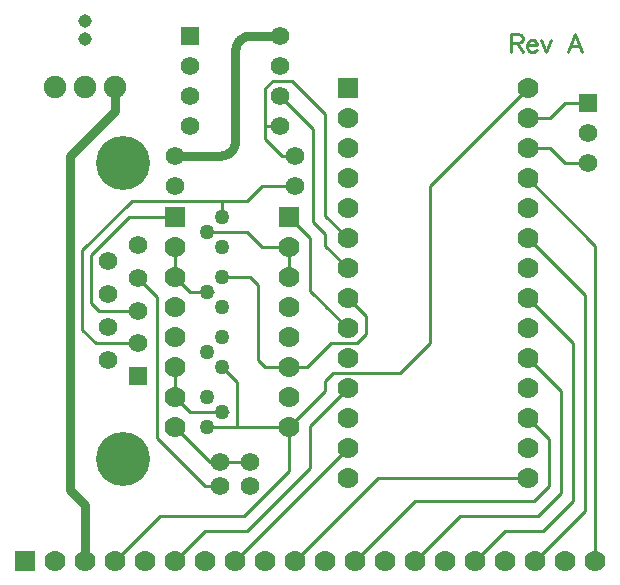
<source format=gtl>
*%FSLAX24Y24*%
*%MOIN*%
G01*
%ADD11C,0.0050*%
%ADD12C,0.0060*%
%ADD13C,0.0072*%
%ADD14C,0.0073*%
%ADD15C,0.0080*%
%ADD16C,0.0100*%
%ADD17C,0.0120*%
%ADD18C,0.0200*%
%ADD19C,0.0260*%
%ADD20C,0.0300*%
%ADD21C,0.0350*%
%ADD22C,0.0380*%
%ADD23C,0.0450*%
%ADD24C,0.0500*%
%ADD25C,0.0530*%
%ADD26C,0.0550*%
%ADD27C,0.0580*%
%ADD28C,0.0620*%
%ADD29C,0.0660*%
%ADD30C,0.0700*%
%ADD31C,0.0750*%
%ADD32C,0.0780*%
%ADD33C,0.0830*%
%ADD34C,0.0950*%
%ADD35C,0.1400*%
%ADD36C,0.1800*%
%ADD37C,0.1880*%
%ADD38R,0.0620X0.0620*%
%ADD39R,0.0700X0.0700*%
%ADD40R,0.0780X0.0780*%
G54D16*
X92080Y71320D02*
X93580Y72820D01*
X96380D01*
X97880Y74320D01*
X95080Y72320D02*
X94080Y71320D01*
X95080Y72320D02*
X96480D01*
X98580Y74420D01*
Y75820D01*
X99830Y75070D02*
X96080Y71320D01*
X97880Y74320D02*
Y75770D01*
X99330Y77570D02*
X101580D01*
X102580Y78570D01*
Y83820D01*
X105830Y87070D01*
X96480Y83320D02*
X92630D01*
X96480D02*
X96980Y83820D01*
X98080D01*
X96480Y82270D02*
X95130D01*
X96480D02*
X96980Y81770D01*
X97880D01*
X99280Y78570D02*
X100130D01*
X99280D02*
X98480Y77770D01*
X97880D01*
X96830Y78020D02*
Y80520D01*
X96580Y80770D01*
X95630D01*
X96830Y78020D02*
X97080Y77770D01*
X97880D01*
X93480Y80090D02*
Y75420D01*
X95080Y73820D01*
X95580D01*
X99830Y79070D02*
X99080Y79820D01*
X98680Y85720D02*
X97580Y86820D01*
X98680Y85720D02*
Y82620D01*
X99080Y82220D01*
Y81820D01*
X97580Y85820D02*
X97080D01*
Y85370D02*
Y87070D01*
Y85370D02*
X97630Y84820D01*
X98080D01*
X99080Y82820D02*
X99830Y82070D01*
X99080Y82820D02*
Y86220D01*
X97980Y87320D01*
X97330D01*
X97080Y87070D01*
X99080Y81820D02*
X99830Y81070D01*
X92530Y82770D02*
X91280Y81520D01*
Y79920D01*
X91550Y79650D01*
X90980Y81670D02*
X92630Y83320D01*
X90980Y81670D02*
Y79020D01*
X91440Y78560D01*
X92830D01*
X98580Y80320D02*
X99830Y79070D01*
X98580Y80320D02*
Y82070D01*
X97880Y82770D01*
X95630D02*
Y83320D01*
X94080Y77770D02*
Y76770D01*
Y80770D02*
Y81770D01*
X97880D02*
Y80770D01*
X94580Y80270D02*
X94080Y80770D01*
X94580Y80270D02*
X95330D01*
X95830Y76270D02*
X94580D01*
X94080Y76770D01*
X95130Y75770D02*
X96380D01*
X97880D01*
X96130Y77270D02*
X95630Y77770D01*
X96130Y77270D02*
Y75770D01*
X93480Y80090D02*
X92830Y80740D01*
Y79650D02*
X91550D01*
X95230Y74620D02*
X95580D01*
X95230D02*
X94080Y75770D01*
X95580Y74620D02*
X96580D01*
X105830Y86070D02*
X106580D01*
X107080Y86570D01*
X107830D01*
Y84570D02*
X107080D01*
X106580Y85070D01*
X105830D01*
X108080Y81820D02*
Y71320D01*
Y81820D02*
X105830Y84070D01*
Y80070D02*
X107330Y78570D01*
X107730Y80170D02*
X105830Y82070D01*
X107730Y80170D02*
Y72970D01*
X106080Y71320D01*
X106930Y76970D02*
X105830Y78070D01*
Y76070D02*
X106530Y75370D01*
X105830Y74070D02*
X100830D01*
X98080Y71320D01*
X106530Y73820D02*
Y75370D01*
Y73820D02*
X106030Y73320D01*
X102080D01*
X100080Y71320D01*
X106930Y73570D02*
Y76970D01*
Y73570D02*
X106180Y72820D01*
X103580D01*
X102080Y71320D01*
X107330Y73320D02*
Y78570D01*
Y73320D02*
X106330Y72320D01*
X105080D01*
X104080Y71320D01*
X98580Y75820D02*
X99830Y77070D01*
X99081Y76971D02*
X97880Y75770D01*
X99081Y76971D02*
Y77321D01*
X99330Y77570D01*
X100430Y79470D02*
X99830Y80070D01*
X100430Y79470D02*
Y78870D01*
X100130Y78570D01*
X94080Y82770D02*
X92530D01*
X105260Y88260D02*
Y88860D01*
X105517D01*
X105603Y88831D01*
X105631Y88803D01*
X105660Y88746D01*
Y88688D01*
X105631Y88631D01*
X105603Y88603D01*
X105517Y88574D01*
X105260D01*
X105460D02*
X105660Y88260D01*
X105794Y88489D02*
X106137D01*
Y88546D01*
X106108Y88603D01*
X106080Y88631D01*
X106023Y88660D01*
X105937D01*
X105880Y88631D01*
X105823Y88574D01*
X105794Y88489D01*
Y88431D01*
X105823Y88346D01*
X105880Y88289D01*
X105937Y88260D01*
X106023D01*
X106080Y88289D01*
X106137Y88346D01*
X106437Y88260D02*
X106265Y88660D01*
X106608D02*
X106437Y88260D01*
X107405Y88860D02*
X107634Y88260D01*
X107177D02*
X107405Y88860D01*
X107262Y88460D02*
X107548D01*
G54D20*
X97580Y88820D02*
X96580D01*
X96080Y88320D02*
Y85320D01*
X95580Y84820D02*
X94080D01*
X92080Y86320D02*
X90580Y84820D01*
Y73670D01*
X91080Y73170D01*
Y71320D01*
X92080Y86320D02*
Y87120D01*
X95580Y84820D02*
X95613Y84821D01*
X95645Y84824D01*
X95678Y84830D01*
X95709Y84837D01*
X95741Y84847D01*
X95771Y84858D01*
X95801Y84872D01*
X95830Y84887D01*
X95858Y84904D01*
X95884Y84923D01*
X95910Y84944D01*
X95934Y84966D01*
X95956Y84990D01*
X95977Y85016D01*
X95996Y85042D01*
X96013Y85070D01*
X96028Y85099D01*
X96042Y85129D01*
X96053Y85159D01*
X96063Y85191D01*
X96070Y85222D01*
X96076Y85255D01*
X96079Y85287D01*
X96080Y85320D01*
Y88320D02*
X96081Y88353D01*
X96084Y88385D01*
X96090Y88418D01*
X96097Y88449D01*
X96107Y88481D01*
X96118Y88511D01*
X96132Y88541D01*
X96147Y88570D01*
X96164Y88598D01*
X96183Y88624D01*
X96204Y88650D01*
X96226Y88674D01*
X96250Y88696D01*
X96276Y88717D01*
X96302Y88736D01*
X96330Y88753D01*
X96359Y88768D01*
X96389Y88782D01*
X96419Y88793D01*
X96451Y88803D01*
X96482Y88810D01*
X96515Y88816D01*
X96547Y88819D01*
X96580Y88820D01*
G54D23*
X91080Y89320D02*
D03*
Y88720D02*
D03*
G54D24*
X95630Y78770D02*
D03*
Y77770D02*
D03*
X95130Y78270D02*
D03*
Y75770D02*
D03*
Y76770D02*
D03*
X95630Y76270D02*
D03*
Y82770D02*
D03*
Y81770D02*
D03*
X95130Y82270D02*
D03*
X95630Y80770D02*
D03*
Y79770D02*
D03*
X95130Y80270D02*
D03*
G54D28*
X95580Y74620D02*
D03*
Y73820D02*
D03*
X96580Y74620D02*
D03*
Y73820D02*
D03*
X94080Y83820D02*
D03*
X98080D02*
D03*
X107830Y85570D02*
D03*
Y84570D02*
D03*
X91830Y81290D02*
D03*
Y80200D02*
D03*
Y79110D02*
D03*
Y78020D02*
D03*
X92830Y81830D02*
D03*
Y80740D02*
D03*
Y79650D02*
D03*
Y78560D02*
D03*
X98080Y84820D02*
D03*
X94080D02*
D03*
X94580Y87820D02*
D03*
Y86820D02*
D03*
Y85820D02*
D03*
X97580D02*
D03*
Y86820D02*
D03*
Y87820D02*
D03*
Y88820D02*
D03*
G54D30*
X90080Y71320D02*
D03*
X91080D02*
D03*
X92080D02*
D03*
X93080D02*
D03*
X94080D02*
D03*
X95080D02*
D03*
X96080D02*
D03*
X97080D02*
D03*
X98080D02*
D03*
X99080D02*
D03*
X100080D02*
D03*
X101080D02*
D03*
X102080D02*
D03*
X103080D02*
D03*
X104080D02*
D03*
X105080D02*
D03*
X106080D02*
D03*
X107080D02*
D03*
X108080D02*
D03*
X94080Y75770D02*
D03*
Y76770D02*
D03*
Y77770D02*
D03*
Y78770D02*
D03*
Y79770D02*
D03*
Y80770D02*
D03*
Y81770D02*
D03*
X97880Y75770D02*
D03*
Y76770D02*
D03*
Y77770D02*
D03*
Y78770D02*
D03*
Y79770D02*
D03*
Y80770D02*
D03*
Y81770D02*
D03*
X99830Y86070D02*
D03*
Y85070D02*
D03*
Y84070D02*
D03*
Y83070D02*
D03*
Y82070D02*
D03*
Y81070D02*
D03*
Y80070D02*
D03*
Y79070D02*
D03*
Y78070D02*
D03*
Y77070D02*
D03*
Y76070D02*
D03*
Y75070D02*
D03*
Y74070D02*
D03*
X105830D02*
D03*
Y75070D02*
D03*
Y76070D02*
D03*
Y77070D02*
D03*
Y78070D02*
D03*
Y79070D02*
D03*
Y80070D02*
D03*
Y81070D02*
D03*
Y82070D02*
D03*
Y83070D02*
D03*
Y84070D02*
D03*
Y85070D02*
D03*
Y86070D02*
D03*
Y87070D02*
D03*
G54D31*
X90080Y87120D02*
D03*
X91080D02*
D03*
X92080D02*
D03*
G54D36*
X92330Y84580D02*
D03*
Y74720D02*
D03*
G54D38*
X107830Y86570D02*
D03*
X92830Y77470D02*
D03*
X94580Y88820D02*
D03*
G54D39*
X89080Y71320D02*
D03*
X94080Y82770D02*
D03*
X97880D02*
D03*
X99830Y87070D02*
D03*
M02*

</source>
